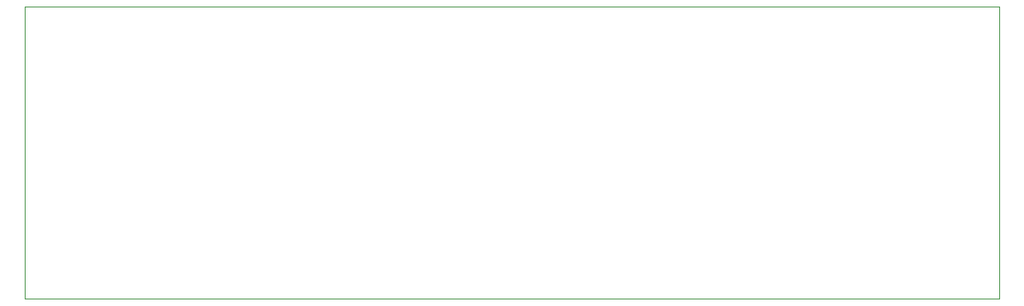
<source format=gm1>
%FSTAX42Y42*%
%MOMM*%
%SFA1B1*%

%IPPOS*%
%ADD30C,0.050000*%
%LNflex_debugging-1*%
%LPD*%
G54D30*
X004999Y004999D02*
Y007999D01*
X014999*
Y004999D02*
Y007999D01*
X004999Y004999D02*
X014999D01*
M02*
</source>
